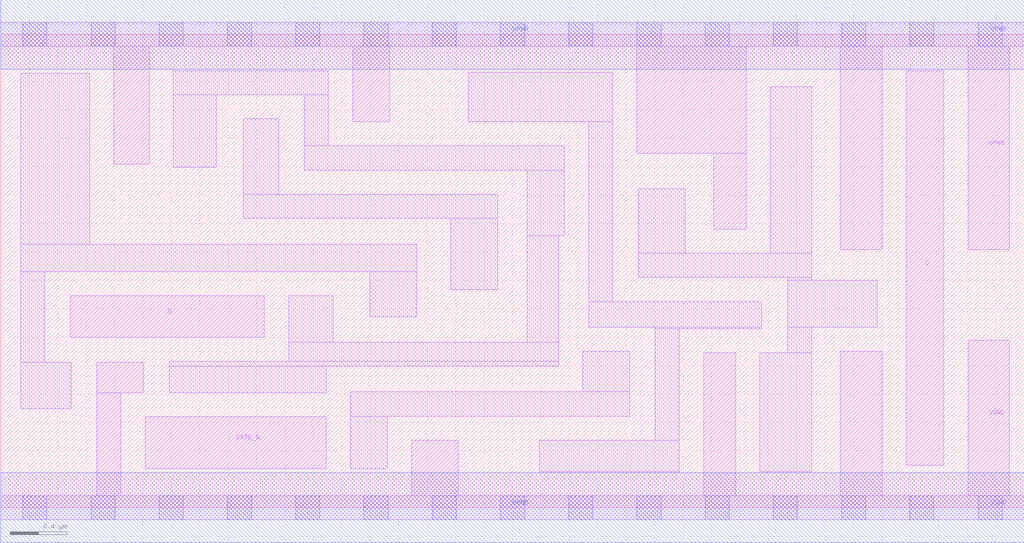
<source format=lef>
# Copyright 2020 The SkyWater PDK Authors
#
# Licensed under the Apache License, Version 2.0 (the "License");
# you may not use this file except in compliance with the License.
# You may obtain a copy of the License at
#
#     https://www.apache.org/licenses/LICENSE-2.0
#
# Unless required by applicable law or agreed to in writing, software
# distributed under the License is distributed on an "AS IS" BASIS,
# WITHOUT WARRANTIES OR CONDITIONS OF ANY KIND, either express or implied.
# See the License for the specific language governing permissions and
# limitations under the License.
#
# SPDX-License-Identifier: Apache-2.0

VERSION 5.7 ;
  NAMESCASESENSITIVE ON ;
  NOWIREEXTENSIONATPIN ON ;
  DIVIDERCHAR "/" ;
  BUSBITCHARS "[]" ;
UNITS
  DATABASE MICRONS 200 ;
END UNITS
MACRO sky130_fd_sc_lp__dlxtn_2
  CLASS CORE ;
  SOURCE USER ;
  FOREIGN sky130_fd_sc_lp__dlxtn_2 ;
  ORIGIN  0.000000  0.000000 ;
  SIZE  7.200000 BY  3.330000 ;
  SYMMETRY X Y R90 ;
  SITE unit ;
  PIN D
    ANTENNAGATEAREA  0.159000 ;
    DIRECTION INPUT ;
    USE SIGNAL ;
    PORT
      LAYER li1 ;
        RECT 0.490000 1.200000 1.855000 1.490000 ;
    END
  END D
  PIN Q
    ANTENNADIFFAREA  0.588000 ;
    DIRECTION OUTPUT ;
    USE SIGNAL ;
    PORT
      LAYER li1 ;
        RECT 6.370000 0.300000 6.635000 3.075000 ;
    END
  END Q
  PIN GATE_N
    ANTENNAGATEAREA  0.159000 ;
    DIRECTION INPUT ;
    USE CLOCK ;
    PORT
      LAYER li1 ;
        RECT 1.015000 0.275000 2.290000 0.640000 ;
    END
  END GATE_N
  PIN VGND
    DIRECTION INOUT ;
    USE GROUND ;
    PORT
      LAYER li1 ;
        RECT 0.000000 -0.085000 7.200000 0.085000 ;
        RECT 0.675000  0.085000 0.845000 0.810000 ;
        RECT 0.675000  0.810000 1.005000 1.025000 ;
        RECT 2.890000  0.085000 3.220000 0.475000 ;
        RECT 4.945000  0.085000 5.170000 1.090000 ;
        RECT 5.905000  0.085000 6.200000 1.100000 ;
        RECT 6.805000  0.085000 7.095000 1.180000 ;
      LAYER mcon ;
        RECT 0.155000 -0.085000 0.325000 0.085000 ;
        RECT 0.635000 -0.085000 0.805000 0.085000 ;
        RECT 1.115000 -0.085000 1.285000 0.085000 ;
        RECT 1.595000 -0.085000 1.765000 0.085000 ;
        RECT 2.075000 -0.085000 2.245000 0.085000 ;
        RECT 2.555000 -0.085000 2.725000 0.085000 ;
        RECT 3.035000 -0.085000 3.205000 0.085000 ;
        RECT 3.515000 -0.085000 3.685000 0.085000 ;
        RECT 3.995000 -0.085000 4.165000 0.085000 ;
        RECT 4.475000 -0.085000 4.645000 0.085000 ;
        RECT 4.955000 -0.085000 5.125000 0.085000 ;
        RECT 5.435000 -0.085000 5.605000 0.085000 ;
        RECT 5.915000 -0.085000 6.085000 0.085000 ;
        RECT 6.395000 -0.085000 6.565000 0.085000 ;
        RECT 6.875000 -0.085000 7.045000 0.085000 ;
      LAYER met1 ;
        RECT 0.000000 -0.245000 7.200000 0.245000 ;
    END
  END VGND
  PIN VPWR
    DIRECTION INOUT ;
    USE POWER ;
    PORT
      LAYER li1 ;
        RECT 0.000000 3.245000 7.200000 3.415000 ;
        RECT 0.795000 2.415000 1.045000 3.245000 ;
        RECT 2.475000 2.715000 2.735000 3.245000 ;
        RECT 4.475000 2.495000 5.245000 3.245000 ;
        RECT 5.015000 1.960000 5.245000 2.495000 ;
        RECT 5.905000 1.815000 6.200000 3.245000 ;
        RECT 6.805000 1.815000 7.095000 3.245000 ;
      LAYER mcon ;
        RECT 0.155000 3.245000 0.325000 3.415000 ;
        RECT 0.635000 3.245000 0.805000 3.415000 ;
        RECT 1.115000 3.245000 1.285000 3.415000 ;
        RECT 1.595000 3.245000 1.765000 3.415000 ;
        RECT 2.075000 3.245000 2.245000 3.415000 ;
        RECT 2.555000 3.245000 2.725000 3.415000 ;
        RECT 3.035000 3.245000 3.205000 3.415000 ;
        RECT 3.515000 3.245000 3.685000 3.415000 ;
        RECT 3.995000 3.245000 4.165000 3.415000 ;
        RECT 4.475000 3.245000 4.645000 3.415000 ;
        RECT 4.955000 3.245000 5.125000 3.415000 ;
        RECT 5.435000 3.245000 5.605000 3.415000 ;
        RECT 5.915000 3.245000 6.085000 3.415000 ;
        RECT 6.395000 3.245000 6.565000 3.415000 ;
        RECT 6.875000 3.245000 7.045000 3.415000 ;
      LAYER met1 ;
        RECT 0.000000 3.085000 7.200000 3.575000 ;
    END
  END VPWR
  OBS
    LAYER li1 ;
      RECT 0.140000 0.695000 0.495000 1.025000 ;
      RECT 0.140000 1.025000 0.310000 1.660000 ;
      RECT 0.140000 1.660000 2.925000 1.855000 ;
      RECT 0.140000 1.855000 0.625000 3.055000 ;
      RECT 1.185000 0.810000 2.290000 0.995000 ;
      RECT 1.185000 0.995000 3.925000 1.030000 ;
      RECT 1.215000 2.395000 1.515000 2.905000 ;
      RECT 1.215000 2.905000 2.305000 3.075000 ;
      RECT 1.705000 2.035000 3.495000 2.205000 ;
      RECT 1.705000 2.205000 1.955000 2.735000 ;
      RECT 2.025000 1.030000 3.925000 1.165000 ;
      RECT 2.025000 1.165000 2.340000 1.490000 ;
      RECT 2.135000 2.375000 3.965000 2.545000 ;
      RECT 2.135000 2.545000 2.305000 2.905000 ;
      RECT 2.460000 0.275000 2.720000 0.645000 ;
      RECT 2.460000 0.645000 4.425000 0.815000 ;
      RECT 2.595000 1.345000 2.925000 1.660000 ;
      RECT 3.165000 1.535000 3.495000 2.035000 ;
      RECT 3.290000 2.715000 4.305000 3.065000 ;
      RECT 3.705000 1.165000 3.925000 1.915000 ;
      RECT 3.705000 1.915000 3.965000 2.375000 ;
      RECT 3.790000 0.255000 4.775000 0.475000 ;
      RECT 4.095000 0.815000 4.425000 1.100000 ;
      RECT 4.135000 1.270000 5.355000 1.450000 ;
      RECT 4.135000 1.450000 4.305000 2.715000 ;
      RECT 4.485000 1.620000 5.705000 1.790000 ;
      RECT 4.485000 1.790000 4.815000 2.245000 ;
      RECT 4.605000 0.475000 4.775000 1.260000 ;
      RECT 4.605000 1.260000 5.355000 1.270000 ;
      RECT 5.340000 0.255000 5.705000 1.090000 ;
      RECT 5.415000 1.790000 5.705000 2.960000 ;
      RECT 5.535000 1.090000 5.705000 1.270000 ;
      RECT 5.535000 1.270000 6.165000 1.600000 ;
      RECT 5.535000 1.600000 5.705000 1.620000 ;
  END
END sky130_fd_sc_lp__dlxtn_2

</source>
